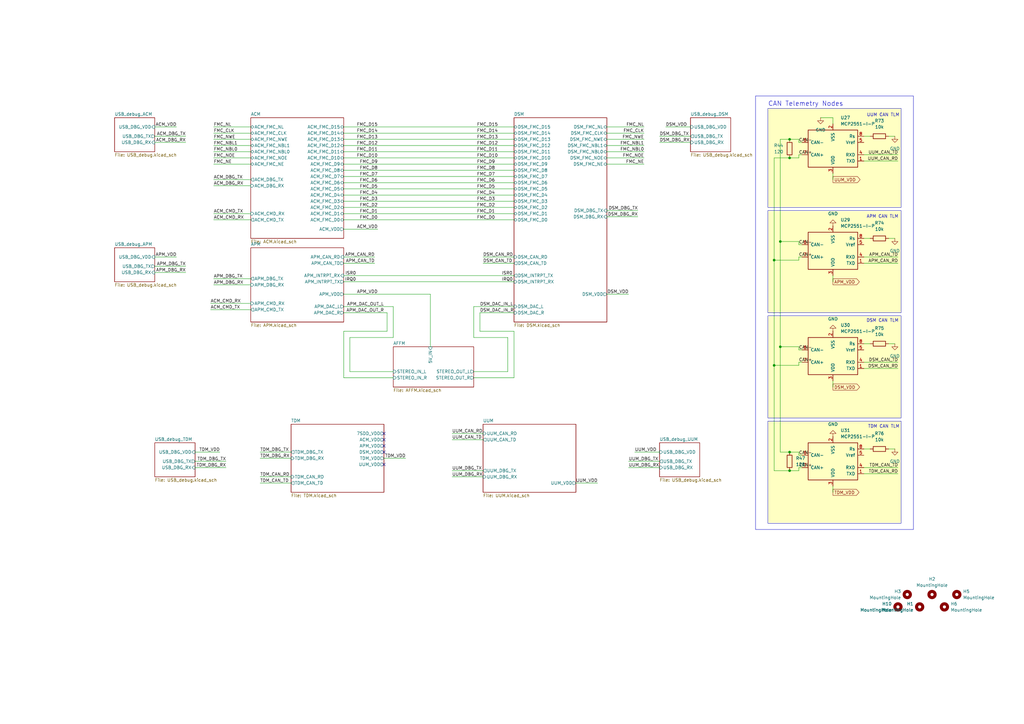
<source format=kicad_sch>
(kicad_sch (version 20250114) (generator "eeschema") (generator_version "9.0")
  (paper "A3")
  (title_block (date "2025-07-21") (rev "2"))
  (lib_symbols
    (symbol "Device:R" (pin_numbers (hide yes)) (pin_names (offset 0))
      (property "Reference" "R" (at 2.032 0 90))
      (property "Value" "R" (at 0 0 90))
      (symbol "R_0_1"
        (rectangle (start -1.016 -2.54) (end 1.016 2.54) (stroke (width 0.254)))
      )
      (symbol "R_1_1"
        (pin passive line (at 0 3.81 270) (length 1.27) (name "~") (number "1"))
        (pin passive line (at 0 -3.81 90) (length 1.27) (name "~") (number "2"))
      )
    )
    (symbol "Interface_CAN_LIN_pos_neg:MCP2551-I-P" (pin_names (offset 1.016))
      (property "Reference" "U" (at -10.16 8.89 0))
      (property "Value" "MCP2551-I-P" (at 2.54 8.89 0))
      (symbol "MCP2551-I-P_0_1"
        (rectangle (start -10.16 7.62) (end 10.16 -7.62) (stroke (width 0.254)) (fill (type background)))
      )
      (symbol "MCP2551-I-P_1_1"
        (pin input line (at -12.7 5.08 0) (length 2.54) (name "TXD") (number "1"))
        (pin output line (at -12.7 2.54 0) (length 2.54) (name "RXD") (number "4"))
        (pin power_out line (at -12.7 -2.54 0) (length 2.54) (name "Vref") (number "5"))
        (pin input line (at -12.7 -5.08 0) (length 2.54) (name "Rs") (number "8"))
        (pin power_in line (at 0 10.16 270) (length 2.54) (name "VDD") (number "3"))
        (pin power_in line (at 0 -10.16 90) (length 2.54) (name "VSS") (number "2"))
        (pin bidirectional line (at 12.7 2.54 180) (length 2.54) (name "CAN+") (number "7"))
        (pin bidirectional line (at 12.7 -2.54 180) (length 2.54) (name "CAN-") (number "6"))
      )
    )
    (symbol "Mechanical:MountingHole" (pin_names (offset 1.016)) (in_bom no)
      (property "Reference" "H" (at 0 5.08 0))
      (property "Value" "MountingHole" (at 0 3.175 0))
      (symbol "MountingHole_0_1"
        (circle (center 0 0) (radius 1.27) (stroke (width 1.27)))
      )
    )
    (symbol "power:GND" (power) (pin_numbers (hide yes)) (pin_names (offset 0) (hide yes))
      (property "Value" "GND" (at 0 -3.81 0))
      (symbol "GND_0_1"
        (polyline (pts (xy 0 0) (xy 0 -1.27) (xy 1.27 -1.27) (xy 0 -2.54) (xy -1.27 -1.27) (xy 0 -1.27)))
      )
      (symbol "GND_1_1"
        (pin power_in line (at 0 0 270) (length 0) (name "~") (number "1"))
      )
    )
  )
  (rectangle (start 314.96 44.45) (end 369.57 85.09) (fill (type color) (color 255 255 194 1)))
  (rectangle (start 309.88 39.37) (end 374.65 217.17))
  (rectangle (start 314.96 86.36) (end 369.57 128.27) (fill (type color) (color 255 255 194 1)))
  (rectangle (start 314.96 129.54) (end 369.57 171.45) (fill (type color) (color 255 255 194 1)))
  (rectangle (start 314.96 172.72) (end 369.57 214.63) (fill (type color) (color 255 255 194 1)))
  (text "TDM CAN TLM" (at 362.458 175.006 0) (effects (font (size 1.27 1.27))))
  (text "CAN Telemetry Nodes" (at 330.454 42.672 0) (effects (font (size 1.905 1.905))))
  (text "DSM CAN TLM" (at 361.95 131.572 0) (effects (font (size 1.27 1.27))))
  (text "APM CAN TLM" (at 361.95 88.9 0) (effects (font (size 1.27 1.27))))
  (text "UUM CAN TLM" (at 362.204 47.244 0) (effects (font (size 1.27 1.27))))
  (junction (at 317.5 106.68))
  (junction (at 323.85 185.42))
  (junction (at 317.5 149.86))
  (junction (at 323.85 57.15))
  (junction (at 320.04 142.24))
  (junction (at 320.04 99.06))
  (junction (at 323.85 64.77))
  (junction (at 323.85 193.04))
  (no_connect (at 157.48 190.5))
  (no_connect (at 157.48 177.8))
  (no_connect (at 157.48 185.42))
  (no_connect (at 157.48 182.88))
  (no_connect (at 157.48 180.34))
  (wire (pts (xy 106.68 187.96) (xy 119.38 187.96)))
  (wire (pts (xy 76.2 109.22) (xy 63.5 109.22)))
  (wire (pts (xy 354.33 66.04) (xy 368.3 66.04)))
  (wire (pts (xy 140.97 74.93) (xy 210.82 74.93)))
  (wire (pts (xy 261.62 88.9) (xy 248.92 88.9)))
  (wire (pts (xy 166.37 187.96) (xy 157.48 187.96)))
  (wire (pts (xy 158.75 128.27) (xy 158.75 135.89)))
  (wire (pts (xy 158.75 135.89) (xy 140.97 135.89)))
  (wire (pts (xy 76.2 58.42) (xy 63.5 58.42)))
  (wire (pts (xy 327.66 57.15) (xy 327.66 58.42)))
  (wire (pts (xy 154.94 93.98) (xy 140.97 93.98)))
  (wire (pts (xy 208.28 152.4) (xy 194.31 152.4)))
  (wire (pts (xy 327.66 148.59) (xy 328.93 148.59)))
  (wire (pts (xy 196.85 128.27) (xy 196.85 135.89)))
  (wire (pts (xy 270.51 55.88) (xy 283.21 55.88)))
  (wire (pts (xy 92.71 191.77) (xy 80.01 191.77)))
  (wire (pts (xy 106.68 198.12) (xy 119.38 198.12)))
  (wire (pts (xy 143.51 138.43) (xy 143.51 152.4)))
  (wire (pts (xy 261.62 86.36) (xy 248.92 86.36)))
  (wire (pts (xy 317.5 64.77) (xy 317.5 106.68)))
  (wire (pts (xy 364.49 55.88) (xy 367.03 55.88)))
  (wire (pts (xy 264.16 67.31) (xy 248.92 67.31)))
  (wire (pts (xy 87.63 59.69) (xy 102.87 59.69)))
  (wire (pts (xy 185.42 177.8) (xy 198.12 177.8)))
  (wire (pts (xy 153.67 105.41) (xy 140.97 105.41)))
  (wire (pts (xy 86.36 127) (xy 102.87 127)))
  (wire (pts (xy 140.97 87.63) (xy 210.82 87.63)))
  (wire (pts (xy 257.81 191.77) (xy 270.51 191.77)))
  (wire (pts (xy 328.93 100.33) (xy 327.66 100.33)))
  (wire (pts (xy 354.33 97.79) (xy 356.87 97.79)))
  (wire (pts (xy 198.12 105.41) (xy 210.82 105.41)))
  (wire (pts (xy 323.85 57.15) (xy 327.66 57.15)))
  (wire (pts (xy 273.05 52.07) (xy 283.21 52.07)))
  (wire (pts (xy 87.63 90.17) (xy 102.87 90.17)))
  (wire (pts (xy 341.63 73.66) (xy 341.63 71.12)))
  (wire (pts (xy 87.63 64.77) (xy 102.87 64.77)))
  (wire (pts (xy 257.81 120.65) (xy 248.92 120.65)))
  (wire (pts (xy 327.66 142.24) (xy 320.04 142.24)))
  (wire (pts (xy 140.97 82.55) (xy 210.82 82.55)))
  (wire (pts (xy 140.97 72.39) (xy 210.82 72.39)))
  (wire (pts (xy 140.97 77.47) (xy 210.82 77.47)))
  (wire (pts (xy 210.82 135.89) (xy 210.82 154.94)))
  (wire (pts (xy 87.63 116.84) (xy 102.87 116.84)))
  (wire (pts (xy 72.39 52.07) (xy 63.5 52.07)))
  (wire (pts (xy 176.53 142.24) (xy 176.53 120.65)))
  (wire (pts (xy 354.33 194.31) (xy 368.3 194.31)))
  (wire (pts (xy 92.71 189.23) (xy 80.01 189.23)))
  (wire (pts (xy 257.81 189.23) (xy 270.51 189.23)))
  (wire (pts (xy 270.51 58.42) (xy 283.21 58.42)))
  (wire (pts (xy 354.33 140.97) (xy 356.87 140.97)))
  (wire (pts (xy 140.97 57.15) (xy 210.82 57.15)))
  (wire (pts (xy 87.63 114.3) (xy 102.87 114.3)))
  (wire (pts (xy 327.66 193.04) (xy 327.66 191.77)))
  (wire (pts (xy 76.2 111.76) (xy 63.5 111.76)))
  (wire (pts (xy 368.3 63.5) (xy 354.33 63.5)))
  (wire (pts (xy 320.04 99.06) (xy 320.04 142.24)))
  (wire (pts (xy 210.82 154.94) (xy 194.31 154.94)))
  (wire (pts (xy 196.85 135.89) (xy 210.82 135.89)))
  (wire (pts (xy 264.16 54.61) (xy 248.92 54.61)))
  (wire (pts (xy 140.97 115.57) (xy 210.82 115.57)))
  (wire (pts (xy 198.12 107.95) (xy 210.82 107.95)))
  (wire (pts (xy 140.97 85.09) (xy 210.82 85.09)))
  (wire (pts (xy 327.66 64.77) (xy 327.66 63.5)))
  (wire (pts (xy 76.2 55.88) (xy 63.5 55.88)))
  (wire (pts (xy 354.33 191.77) (xy 368.3 191.77)))
  (wire (pts (xy 260.35 185.42) (xy 270.51 185.42)))
  (wire (pts (xy 320.04 57.15) (xy 320.04 99.06)))
  (wire (pts (xy 87.63 67.31) (xy 102.87 67.31)))
  (wire (pts (xy 327.66 99.06) (xy 327.66 100.33)))
  (wire (pts (xy 208.28 138.43) (xy 208.28 152.4)))
  (wire (pts (xy 341.63 201.93) (xy 341.63 199.39)))
  (wire (pts (xy 87.63 57.15) (xy 102.87 57.15)))
  (wire (pts (xy 317.5 106.68) (xy 317.5 149.86)))
  (wire (pts (xy 317.5 149.86) (xy 317.5 193.04)))
  (wire (pts (xy 327.66 106.68) (xy 317.5 106.68)))
  (wire (pts (xy 140.97 154.94) (xy 161.29 154.94)))
  (wire (pts (xy 140.97 62.23) (xy 210.82 62.23)))
  (wire (pts (xy 140.97 90.17) (xy 210.82 90.17)))
  (wire (pts (xy 264.16 64.77) (xy 248.92 64.77)))
  (wire (pts (xy 341.63 48.26) (xy 341.63 50.8)))
  (wire (pts (xy 320.04 142.24) (xy 320.04 185.42)))
  (wire (pts (xy 328.93 63.5) (xy 327.66 63.5)))
  (wire (pts (xy 323.85 193.04) (xy 327.66 193.04)))
  (wire (pts (xy 364.49 140.97) (xy 367.03 140.97)))
  (wire (pts (xy 341.63 158.75) (xy 341.63 156.21)))
  (wire (pts (xy 323.85 64.77) (xy 327.66 64.77)))
  (wire (pts (xy 354.33 151.13) (xy 368.3 151.13)))
  (wire (pts (xy 336.55 48.26) (xy 341.63 48.26)))
  (wire (pts (xy 143.51 152.4) (xy 161.29 152.4)))
  (wire (pts (xy 327.66 105.41) (xy 328.93 105.41)))
  (wire (pts (xy 140.97 113.03) (xy 210.82 113.03)))
  (wire (pts (xy 106.68 195.58) (xy 119.38 195.58)))
  (wire (pts (xy 323.85 185.42) (xy 320.04 185.42)))
  (wire (pts (xy 264.16 52.07) (xy 248.92 52.07)))
  (wire (pts (xy 264.16 59.69) (xy 248.92 59.69)))
  (wire (pts (xy 87.63 52.07) (xy 102.87 52.07)))
  (wire (pts (xy 185.42 193.04) (xy 198.12 193.04)))
  (wire (pts (xy 87.63 54.61) (xy 102.87 54.61)))
  (wire (pts (xy 364.49 97.79) (xy 367.03 97.79)))
  (wire (pts (xy 72.39 105.41) (xy 63.5 105.41)))
  (wire (pts (xy 140.97 64.77) (xy 210.82 64.77)))
  (wire (pts (xy 140.97 120.65) (xy 176.53 120.65)))
  (wire (pts (xy 90.17 185.42) (xy 80.01 185.42)))
  (wire (pts (xy 368.3 148.59) (xy 354.33 148.59)))
  (wire (pts (xy 354.33 184.15) (xy 356.87 184.15)))
  (wire (pts (xy 354.33 55.88) (xy 356.87 55.88)))
  (wire (pts (xy 327.66 99.06) (xy 320.04 99.06)))
  (wire (pts (xy 327.66 149.86) (xy 317.5 149.86)))
  (wire (pts (xy 194.31 138.43) (xy 208.28 138.43)))
  (wire (pts (xy 140.97 80.01) (xy 210.82 80.01)))
  (wire (pts (xy 140.97 59.69) (xy 210.82 59.69)))
  (wire (pts (xy 87.63 62.23) (xy 102.87 62.23)))
  (wire (pts (xy 185.42 195.58) (xy 198.12 195.58)))
  (wire (pts (xy 86.36 124.46) (xy 102.87 124.46)))
  (wire (pts (xy 323.85 185.42) (xy 327.66 185.42)))
  (wire (pts (xy 323.85 64.77) (xy 317.5 64.77)))
  (wire (pts (xy 196.85 128.27) (xy 210.82 128.27)))
  (wire (pts (xy 140.97 135.89) (xy 140.97 154.94)))
  (wire (pts (xy 87.63 87.63) (xy 102.87 87.63)))
  (wire (pts (xy 87.63 73.66) (xy 102.87 73.66)))
  (wire (pts (xy 194.31 125.73) (xy 194.31 138.43)))
  (wire (pts (xy 328.93 186.69) (xy 327.66 186.69)))
  (wire (pts (xy 161.29 138.43) (xy 143.51 138.43)))
  (wire (pts (xy 368.3 105.41) (xy 354.33 105.41)))
  (wire (pts (xy 327.66 191.77) (xy 328.93 191.77)))
  (wire (pts (xy 140.97 54.61) (xy 210.82 54.61)))
  (wire (pts (xy 341.63 115.57) (xy 341.63 113.03)))
  (wire (pts (xy 327.66 58.42) (xy 328.93 58.42)))
  (wire (pts (xy 153.67 107.95) (xy 140.97 107.95)))
  (wire (pts (xy 245.11 198.12) (xy 236.22 198.12)))
  (wire (pts (xy 327.66 185.42) (xy 327.66 186.69)))
  (wire (pts (xy 323.85 193.04) (xy 317.5 193.04)))
  (wire (pts (xy 185.42 180.34) (xy 198.12 180.34)))
  (wire (pts (xy 106.68 185.42) (xy 119.38 185.42)))
  (wire (pts (xy 354.33 107.95) (xy 368.3 107.95)))
  (wire (pts (xy 264.16 57.15) (xy 248.92 57.15)))
  (wire (pts (xy 264.16 62.23) (xy 248.92 62.23)))
  (wire (pts (xy 161.29 125.73) (xy 161.29 138.43)))
  (wire (pts (xy 328.93 143.51) (xy 327.66 143.51)))
  (wire (pts (xy 194.31 125.73) (xy 210.82 125.73)))
  (wire (pts (xy 87.63 76.2) (xy 102.87 76.2)))
  (wire (pts (xy 140.97 52.07) (xy 210.82 52.07)))
  (wire (pts (xy 140.97 67.31) (xy 210.82 67.31)))
  (wire (pts (xy 364.49 184.15) (xy 367.03 184.15)))
  (wire (pts (xy 140.97 128.27) (xy 158.75 128.27)))
  (wire (pts (xy 327.66 142.24) (xy 327.66 143.51)))
  (wire (pts (xy 327.66 106.68) (xy 327.66 105.41)))
  (wire (pts (xy 140.97 69.85) (xy 210.82 69.85)))
  (wire (pts (xy 323.85 57.15) (xy 320.04 57.15)))
  (wire (pts (xy 140.97 125.73) (xy 161.29 125.73)))
  (wire (pts (xy 327.66 149.86) (xy 327.66 148.59)))
  (label "FMC_NWE" (at 87.63 57.15 0))
  (label "CAN-" (at 327.66 143.51 0))
  (label "APM_VDD" (at 72.39 105.41 180))
  (label "UUM_CAN_TD" (at 368.3 63.5 180))
  (label "DSM_DBG_RX" (at 270.51 58.42 0))
  (label "UUM_DBG_RX" (at 257.81 191.77 0))
  (label "FMC_CLK" (at 87.63 54.61 0))
  (label "ACM_CMD_TX" (at 86.36 127 0))
  (label "DSM_DBG_RX" (at 261.62 88.9 180))
  (label "FMC_D15" (at 154.94 52.07 180))
  (label "APM_DAC_OUT_L" (at 157.48 125.73 180))
  (label "FMC_D1" (at 154.94 87.63 180))
  (label "ACM_VDD" (at 72.39 52.07 180))
  (label "FMC_NBL0" (at 87.63 62.23 0))
  (label "FMC_D3" (at 195.58 82.55 0))
  (label "CAN-" (at 327.66 186.69 0))
  (label "TDM_CAN_TD" (at 368.3 191.77 180))
  (label "DSM_CAN_TD" (at 368.3 148.59 180))
  (label "TDM_VDD" (at 166.37 187.96 180))
  (label "TDM_VDD" (at 90.17 185.42 180))
  (label "APM_DBG_RX" (at 87.63 116.84 0))
  (label "FMC_D15" (at 195.58 52.07 0))
  (label "APM_DBG_RX" (at 76.2 111.76 180))
  (label "FMC_NBL1" (at 87.63 59.69 0))
  (label "FMC_D6" (at 195.58 74.93 0))
  (label "TDM_DBG_RX" (at 106.68 187.96 0))
  (label "UUM_DBG_TX" (at 257.81 189.23 0))
  (label "TDM_DBG_TX" (at 92.71 189.23 180))
  (label "DSM_DAC_IN_L" (at 196.85 125.73 0))
  (label "TDM_CAN_RD" (at 106.68 195.58 0))
  (label "FMC_NE" (at 87.63 67.31 0))
  (label "FMC_D0" (at 154.94 90.17 180))
  (label "APM_DBG_TX" (at 87.63 114.3 0))
  (label "FMC_D14" (at 154.94 54.61 180))
  (label "FMC_D11" (at 195.58 62.23 0))
  (label "FMC_D1" (at 195.58 87.63 0))
  (label "FMC_D6" (at 154.94 74.93 180))
  (label "CAN+" (at 327.66 148.59 0))
  (label "FMC_D5" (at 154.94 77.47 180))
  (label "CAN+" (at 327.66 191.77 0))
  (label "FMC_D14" (at 195.58 54.61 0))
  (label "FMC_CLK" (at 264.16 54.61 180))
  (label "UUM_CAN_RD" (at 185.42 177.8 0))
  (label "FMC_NOE" (at 87.63 64.77 0))
  (label "TDM_CAN_RD" (at 368.3 194.31 180))
  (label "ISR0" (at 146.05 113.03 180))
  (label "DSM_DAC_IN_R" (at 196.85 128.27 0))
  (label "FMC_NL" (at 264.16 52.07 180))
  (label "FMC_D10" (at 154.94 64.77 180))
  (label "FMC_D8" (at 195.58 69.85 0))
  (label "UUM_CAN_TD" (at 185.42 180.34 0))
  (label "APM_DAC_OUT_R" (at 157.48 128.27 180))
  (label "CAN+" (at 327.66 105.41 0))
  (label "FMC_D4" (at 195.58 80.01 0))
  (label "TDM_DBG_RX" (at 92.71 191.77 180))
  (label "APM_CAN_TD" (at 153.67 107.95 180))
  (label "FMC_D12" (at 154.94 59.69 180))
  (label "ACM_DBG_RX" (at 87.63 76.2 0))
  (label "DSM_VDD" (at 257.81 120.65 180))
  (label "FMC_D9" (at 154.94 67.31 180))
  (label "FMC_D5" (at 195.58 77.47 0))
  (label "APM_VDD" (at 154.94 120.65 180))
  (label "FMC_NOE" (at 264.16 64.77 180))
  (label "UUM_DBG_TX" (at 185.42 193.04 0))
  (label "FMC_NWE" (at 264.16 57.15 180))
  (label "DSM_CAN_TD" (at 198.12 107.95 0))
  (label "APM_DBG_TX" (at 76.2 109.22 180))
  (label "FMC_NE" (at 264.16 67.31 180))
  (label "FMC_D12" (at 195.58 59.69 0))
  (label "FMC_NBL0" (at 264.16 62.23 180))
  (label "DSM_CAN_RD" (at 198.12 105.41 0))
  (label "ACM_VDD" (at 154.94 93.98 180))
  (label "FMC_D8" (at 154.94 69.85 180))
  (label "FMC_D13" (at 154.94 57.15 180))
  (label "ACM_CMD_RX" (at 87.63 90.17 0))
  (label "IRQ0" (at 205.74 115.57 0))
  (label "DSM_VDD" (at 273.05 52.07 0))
  (label "FMC_D10" (at 195.58 64.77 0))
  (label "FMC_NBL1" (at 264.16 59.69 180))
  (label "APM_CAN_RD" (at 368.3 107.95 180))
  (label "ISR0" (at 205.74 113.03 0))
  (label "FMC_D2" (at 195.58 85.09 0))
  (label "TDM_CAN_TD" (at 106.68 198.12 0))
  (label "ACM_CMD_RX" (at 86.36 124.46 0))
  (label "DSM_CAN_RD" (at 368.3 151.13 180))
  (label "FMC_D4" (at 154.94 80.01 180))
  (label "CAN-" (at 327.66 58.42 0))
  (label "APM_CAN_TD" (at 368.3 105.41 180))
  (label "UUM_CAN_RD" (at 368.3 66.04 180))
  (label "CAN+" (at 327.66 63.5 0))
  (label "FMC_NL" (at 87.63 52.07 0))
  (label "UUM_VDD" (at 260.35 185.42 0))
  (label "ACM_DBG_RX" (at 76.2 58.42 180))
  (label "ACM_DBG_TX" (at 76.2 55.88 180))
  (label "UUM_VDD" (at 245.11 198.12 180))
  (label "IRQ0" (at 146.05 115.57 180))
  (label "CAN-" (at 327.66 100.33 0))
  (label "FMC_D13" (at 195.58 57.15 0))
  (label "ACM_CMD_TX" (at 87.63 87.63 0))
  (label "FMC_D7" (at 195.58 72.39 0))
  (label "FMC_D11" (at 154.94 62.23 180))
  (label "DSM_DBG_TX" (at 261.62 86.36 180))
  (label "TDM_DBG_TX" (at 106.68 185.42 0))
  (label "UUM_DBG_RX" (at 185.42 195.58 0))
  (label "FMC_D2" (at 154.94 85.09 180))
  (label "FMC_D3" (at 154.94 82.55 180))
  (label "APM_CAN_RD" (at 153.67 105.41 180))
  (label "FMC_D0" (at 195.58 90.17 0))
  (label "FMC_D7" (at 154.94 72.39 180))
  (label "FMC_D9" (at 195.58 67.31 0))
  (label "DSM_DBG_TX" (at 270.51 55.88 0))
  (label "ACM_DBG_TX" (at 87.63 73.66 0))
  (global_label "APM_VDD" (shape output) (at 341.63 115.57 0) (property "Intersheetrefs" "${INTERSHEET_REFS}" (effects (hide yes))))
  (global_label "DSM_VDD" (shape output) (at 341.63 158.75 0) (property "Intersheetrefs" "${INTERSHEET_REFS}" (effects (hide yes))))
  (global_label "UUM_VDD" (shape output) (at 341.63 73.66 0) (property "Intersheetrefs" "${INTERSHEET_REFS}" (effects (hide yes))))
  (global_label "TDM_VDD" (shape output) (at 341.63 201.93 0) (property "Intersheetrefs" "${INTERSHEET_REFS}" (effects (hide yes))))
  (symbol (lib_id "Interface_CAN_LIN_pos_neg:MCP2551-I-P") (at 341.63 189.23 180) (unit 1)
    (property "Reference" "U31" (at 344.7481 176.53 0) (effects (justify right)))
    (property "Value" "MCP2551-I-P" (at 344.7481 179.07 0) (effects (justify right)))
    (property "Footprint" "Package_DIP:DIP-8_W7.62mm" (effects (hide yes)))
    (property "Datasheet" "http://ww1.microchip.com/downloads/en/devicedoc/21667d.pdf" (effects (hide yes)))
    (property "Description" "High-Speed CAN Transceiver, 1Mbps, 5V supply, DIP-8" (effects (hide yes)))
  )
  (symbol (lib_id "Interface_CAN_LIN_pos_neg:MCP2551-I-P") (at 341.63 60.96 180) (unit 1)
    (property "Reference" "U27" (at 344.7481 48.26 0) (effects (justify right)))
    (property "Value" "MCP2551-I-P" (at 344.7481 50.8 0) (effects (justify right)))
    (property "Footprint" "Package_DIP:DIP-8_W7.62mm" (effects (hide yes)))
    (property "Datasheet" "http://ww1.microchip.com/downloads/en/devicedoc/21667d.pdf" (effects (hide yes)))
    (property "Description" "High-Speed CAN Transceiver, 1Mbps, 5V supply, DIP-8" (effects (hide yes)))
  )
  (symbol (lib_id "Mechanical:MountingHole") (at 372.11 243.84 0) (unit 1) (in_bom no)
    (property "Reference" "H3" (at 369.57 242.5699 0) (effects (justify right)))
    (property "Value" "MountingHole" (at 369.57 245.1099 0) (effects (justify right)))
    (property "Footprint" "MountingHole:MountingHole_3.2mm_M3" (effects (hide yes)))
    (property "Description" "Mounting Hole without connection" (effects (hide yes)))
  )
  (symbol (lib_id "power:GND") (at 367.03 184.15 0) (unit 1)
    (property "Reference" "#PWR0172" (effects (hide yes)))
    (property "Value" "GND" (at 367.03 189.23 0))
    (property "Description" "Power symbol creates a global label with name \"GND\" , ground" (effects (hide yes)))
  )
  (symbol (lib_id "Device:R") (at 360.68 97.79 90) (unit 1)
    (property "Reference" "R74" (at 360.68 91.44 90))
    (property "Value" "10k" (at 360.68 93.98 90))
    (property "Footprint" "Resistor_SMD:R_0805_2012Metric_Pad1.20x1.40mm_HandSolder" (effects (hide yes)))
    (property "Description" "Resistor" (effects (hide yes)))
    (property "DigiKey_Part_Number" "311-10.0KCRCT-ND" (effects (hide yes)))
    (property "Price" "0.0129" (effects (hide yes)))
  )
  (symbol (lib_id "power:GND") (at 367.03 97.79 0) (unit 1)
    (property "Reference" "#PWR0170" (effects (hide yes)))
    (property "Value" "GND" (at 367.03 102.87 0))
    (property "Description" "Power symbol creates a global label with name \"GND\" , ground" (effects (hide yes)))
  )
  (symbol (lib_id "Mechanical:MountingHole") (at 392.43 243.84 0) (unit 1) (in_bom no)
    (property "Reference" "H5" (at 394.97 242.5699 0) (effects (justify left)))
    (property "Value" "MountingHole" (at 394.97 245.1099 0) (effects (justify left)))
    (property "Footprint" "MountingHole:MountingHole_3.2mm_M3" (effects (hide yes)))
    (property "Description" "Mounting Hole without connection" (effects (hide yes)))
  )
  (symbol (lib_id "power:GND") (at 341.63 135.89 180) (unit 1)
    (property "Reference" "#PWR0124" (effects (hide yes)))
    (property "Value" "GND" (at 341.63 130.81 0))
    (property "Description" "Power symbol creates a global label with name \"GND\" , ground" (effects (hide yes)))
  )
  (symbol (lib_id "Device:R") (at 360.68 55.88 90) (unit 1)
    (property "Reference" "R73" (at 360.68 49.53 90))
    (property "Value" "10k" (at 360.68 52.07 90))
    (property "Footprint" "Resistor_SMD:R_0805_2012Metric_Pad1.20x1.40mm_HandSolder" (effects (hide yes)))
    (property "Description" "Resistor" (effects (hide yes)))
    (property "DigiKey_Part_Number" "311-10.0KCRCT-ND" (effects (hide yes)))
    (property "Price" "0.0129" (effects (hide yes)))
  )
  (symbol (lib_id "Mechanical:MountingHole") (at 387.35 248.92 0) (unit 1) (in_bom no)
    (property "Reference" "H6" (at 389.89 247.6499 0) (effects (justify left)))
    (property "Value" "MountingHole" (at 389.89 250.1899 0) (effects (justify left)))
    (property "Footprint" "MountingHole:MountingHole_3.2mm_M3" (effects (hide yes)))
    (property "Description" "Mounting Hole without connection" (effects (hide yes)))
  )
  (symbol (lib_id "power:GND") (at 367.03 140.97 0) (unit 1)
    (property "Reference" "#PWR0171" (effects (hide yes)))
    (property "Value" "GND" (at 367.03 146.05 0))
    (property "Description" "Power symbol creates a global label with name \"GND\" , ground" (effects (hide yes)))
  )
  (symbol (lib_id "Mechanical:MountingHole") (at 382.27 243.84 0) (unit 1) (in_bom no)
    (property "Reference" "H2" (at 382.27 237.49 0))
    (property "Value" "MountingHole" (at 382.27 240.03 0))
    (property "Footprint" "MountingHole:MountingHole_3.2mm_M3" (effects (hide yes)))
    (property "Description" "Mounting Hole without connection" (effects (hide yes)))
  )
  (symbol (lib_id "power:GND") (at 341.63 92.71 180) (unit 1)
    (property "Reference" "#PWR0123" (effects (hide yes)))
    (property "Value" "GND" (at 341.63 87.63 0))
    (property "Description" "Power symbol creates a global label with name \"GND\" , ground" (effects (hide yes)))
  )
  (symbol (lib_id "power:GND") (at 336.55 48.26 0) (unit 1)
    (property "Reference" "#PWR0122" (effects (hide yes)))
    (property "Value" "GND" (at 336.55 53.34 0))
    (property "Description" "Power symbol creates a global label with name \"GND\" , ground" (effects (hide yes)))
  )
  (symbol (lib_id "Interface_CAN_LIN_pos_neg:MCP2551-I-P") (at 341.63 102.87 180) (unit 1)
    (property "Reference" "U29" (at 344.7481 90.17 0) (effects (justify right)))
    (property "Value" "MCP2551-I-P" (at 344.7481 92.71 0) (effects (justify right)))
    (property "Footprint" "Package_DIP:DIP-8_W7.62mm" (effects (hide yes)))
    (property "Datasheet" "http://ww1.microchip.com/downloads/en/devicedoc/21667d.pdf" (effects (hide yes)))
    (property "Description" "High-Speed CAN Transceiver, 1Mbps, 5V supply, DIP-8" (effects (hide yes)))
  )
  (symbol (lib_id "Device:R") (at 323.85 189.23 0) (unit 1)
    (property "Reference" "R47" (at 326.39 187.9599 0) (effects (justify left)))
    (property "Value" "120" (at 326.39 190.4999 0) (effects (justify left)))
    (property "Footprint" "Resistor_SMD:R_0805_2012Metric_Pad1.20x1.40mm_HandSolder" (effects (hide yes)))
    (property "Description" "Resistor" (effects (hide yes)))
    (property "DigiKey_Part_Number" "311-10.0KCRCT-ND" (effects (hide yes)))
    (property "Price" "0.0129" (effects (hide yes)))
  )
  (symbol (lib_id "power:GND") (at 367.03 55.88 0) (unit 1)
    (property "Reference" "#PWR0169" (effects (hide yes)))
    (property "Value" "GND" (at 367.03 60.96 0))
    (property "Description" "Power symbol creates a global label with name \"GND\" , ground" (effects (hide yes)))
  )
  (symbol (lib_id "Device:R") (at 323.85 60.96 0) (mirror x) (unit 1)
    (property "Reference" "R44" (at 321.31 59.6899 0) (effects (justify right)))
    (property "Value" "120" (at 321.31 62.2299 0) (effects (justify right)))
    (property "Footprint" "Resistor_SMD:R_0805_2012Metric_Pad1.20x1.40mm_HandSolder" (effects (hide yes)))
    (property "Description" "Resistor" (effects (hide yes)))
    (property "DigiKey_Part_Number" "311-10.0KCRCT-ND" (effects (hide yes)))
    (property "Price" "0.0129" (effects (hide yes)))
  )
  (symbol (lib_id "Device:R") (at 360.68 184.15 90) (unit 1)
    (property "Reference" "R76" (at 360.68 177.8 90))
    (property "Value" "10k" (at 360.68 180.34 90))
    (property "Footprint" "Resistor_SMD:R_0805_2012Metric_Pad1.20x1.40mm_HandSolder" (effects (hide yes)))
    (property "Description" "Resistor" (effects (hide yes)))
    (property "DigiKey_Part_Number" "311-10.0KCRCT-ND" (effects (hide yes)))
    (property "Price" "0.0129" (effects (hide yes)))
  )
  (symbol (lib_id "Interface_CAN_LIN_pos_neg:MCP2551-I-P") (at 341.63 146.05 180) (unit 1)
    (property "Reference" "U30" (at 344.7481 133.35 0) (effects (justify right)))
    (property "Value" "MCP2551-I-P" (at 344.7481 135.89 0) (effects (justify right)))
    (property "Footprint" "Package_DIP:DIP-8_W7.62mm" (effects (hide yes)))
    (property "Datasheet" "http://ww1.microchip.com/downloads/en/devicedoc/21667d.pdf" (effects (hide yes)))
    (property "Description" "High-Speed CAN Transceiver, 1Mbps, 5V supply, DIP-8" (effects (hide yes)))
  )
  (symbol (lib_id "Mechanical:MountingHole") (at 368.3 248.92 0) (unit 1) (in_bom no)
    (property "Reference" "H10" (at 365.76 247.6499 0) (effects (justify right)))
    (property "Value" "MountingHole" (at 365.76 250.1899 0) (effects (justify right)))
    (property "Footprint" "MountingHole:MountingHole_3.2mm_M3" (effects (hide yes)))
    (property "Description" "Mounting Hole without connection" (effects (hide yes)))
  )
  (symbol (lib_id "Device:R") (at 360.68 140.97 90) (unit 1)
    (property "Reference" "R75" (at 360.68 134.62 90))
    (property "Value" "10k" (at 360.68 137.16 90))
    (property "Footprint" "Resistor_SMD:R_0805_2012Metric_Pad1.20x1.40mm_HandSolder" (effects (hide yes)))
    (property "Description" "Resistor" (effects (hide yes)))
    (property "DigiKey_Part_Number" "311-10.0KCRCT-ND" (effects (hide yes)))
    (property "Price" "0.0129" (effects (hide yes)))
  )
  (symbol (lib_id "Mechanical:MountingHole") (at 377.19 248.92 0) (unit 1) (in_bom no)
    (property "Reference" "H1" (at 374.65 247.6499 0) (effects (justify right)))
    (property "Value" "MountingHole" (at 374.65 250.1899 0) (effects (justify right)))
    (property "Footprint" "MountingHole:MountingHole_3.2mm_M3" (effects (hide yes)))
    (property "Description" "Mounting Hole without connection" (effects (hide yes)))
  )
  (symbol (lib_id "power:GND") (at 341.63 179.07 180) (unit 1)
    (property "Reference" "#PWR0125" (effects (hide yes)))
    (property "Value" "GND" (at 341.63 173.99 0))
    (property "Description" "Power symbol creates a global label with name \"GND\" , ground" (effects (hide yes)))
  )
  (sheet (at 102.87 101.6) (size 38.1 30.48) (stroke (width 0.1524))
    (property "Sheetname" "APM" (at 102.87 100.8884 0) (effects (justify left bottom)))
    (property "Sheetfile" "APM.kicad_sch" (at 102.87 132.6646 0) (effects (justify left top)))
    (pin "APM_CMD_TX" output (at 102.87 127 180))
    (pin "APM_CMD_RX" input (at 102.87 124.46 180))
    (pin "APM_INTRPT_RX" input (at 140.97 113.03 0))
    (pin "APM_INTRPT_TX" output (at 140.97 115.57 0))
    (pin "APM_CAN_TD" output (at 140.97 107.95 0))
    (pin "APM_CAN_RD" input (at 140.97 105.41 0))
    (pin "APM_DAC_L" output (at 140.97 125.73 0))
    (pin "APM_DAC_R" output (at 140.97 128.27 0))
    (pin "APM_DBG_RX" input (at 102.87 116.84 180))
    (pin "APM_VDD" output (at 140.97 120.65 0))
    (pin "APM_DBG_TX" output (at 102.87 114.3 180))
  )
  (sheet (at 46.99 48.26) (size 16.51 13.97) (stroke (width 0.1524))
    (property "Sheetname" "USB_debug_ACM" (at 46.99 47.5484 0) (effects (justify left bottom)))
    (property "Sheetfile" "USB_debug.kicad_sch" (at 46.99 62.8146 0) (effects (justify left top)))
    (pin "USB_DBG_RX" input (at 63.5 58.42 0))
    (pin "USB_DBG_VDD" input (at 63.5 52.07 0))
    (pin "USB_DBG_TX" output (at 63.5 55.88 0))
  )
  (sheet (at 210.82 48.26) (size 38.1 83.82) (stroke (width 0.1524))
    (property "Sheetname" "DSM" (at 210.82 47.5484 0) (effects (justify left bottom)))
    (property "Sheetfile" "DSM.kicad_sch" (at 210.82 132.6646 0) (effects (justify left top)))
    (pin "DSM_DAC_L" input (at 210.82 125.73 180))
    (pin "DSM_CAN_RD" input (at 210.82 105.41 180))
    (pin "DSM_INTRPT_TX" output (at 210.82 113.03 180))
    (pin "DSM_INTRPT_RX" input (at 210.82 115.57 180))
    (pin "DSM_DAC_R" input (at 210.82 128.27 180))
    (pin "DSM_CAN_TD" output (at 210.82 107.95 180))
    (pin "DSM_FMC_D10" bidirectional (at 210.82 64.77 180))
    (pin "DSM_FMC_D8" bidirectional (at 210.82 69.85 180))
    (pin "DSM_FMC_NBL1" bidirectional (at 248.92 59.69 0))
    (pin "DSM_FMC_D0" bidirectional (at 210.82 90.17 180))
    (pin "DSM_FMC_D11" bidirectional (at 210.82 62.23 180))
    (pin "DSM_FMC_NOE" bidirectional (at 248.92 64.77 0))
    (pin "DSM_FMC_D6" bidirectional (at 210.82 74.93 180))
    (pin "DSM_FMC_D14" bidirectional (at 210.82 54.61 180))
    (pin "DSM_FMC_NBL0" bidirectional (at 248.92 62.23 0))
    (pin "DSM_FMC_D9" bidirectional (at 210.82 67.31 180))
    (pin "DSM_FMC_D7" bidirectional (at 210.82 72.39 180))
    (pin "DSM_FMC_D13" bidirectional (at 210.82 57.15 180))
    (pin "DSM_FMC_D5" bidirectional (at 210.82 77.47 180))
    (pin "DSM_FMC_NL" bidirectional (at 248.92 52.07 0))
    (pin "DSM_FMC_D12" bidirectional (at 210.82 59.69 180))
    (pin "DSM_FMC_D15" bidirectional (at 210.82 52.07 180))
    (pin "DSM_FMC_D1" bidirectional (at 210.82 87.63 180))
    (pin "DSM_FMC_D3" bidirectional (at 210.82 82.55 180))
    (pin "DSM_FMC_D4" bidirectional (at 210.82 80.01 180))
    (pin "DSM_FMC_D2" bidirectional (at 210.82 85.09 180))
    (pin "DSM_FMC_CLK" bidirectional (at 248.92 54.61 0))
    (pin "DSM_FMC_NWE" bidirectional (at 248.92 57.15 0))
    (pin "DSM_FMC_NE" bidirectional (at 248.92 67.31 0))
    (pin "DSM_DBG_TX" input (at 248.92 86.36 0))
    (pin "DSM_DBG_RX" input (at 248.92 88.9 0))
    (pin "DSM_VDD" output (at 248.92 120.65 0))
  )
  (sheet (at 119.38 173.99) (size 38.1 27.94) (stroke (width 0.1524))
    (property "Sheetname" "TDM" (at 119.38 173.2784 0) (effects (justify left bottom)))
    (property "Sheetfile" "TDM.kicad_sch" (at 119.38 202.5146 0) (effects (justify left top)))
    (pin "TDM_CAN_TD" output (at 119.38 198.12 180))
    (pin "TDM_CAN_RD" input (at 119.38 195.58 180))
    (pin "UUM_VDD" output (at 157.48 190.5 0))
    (pin "ACM_VDD" output (at 157.48 180.34 0))
    (pin "7SDD_VDD" output (at 157.48 177.8 0))
    (pin "TDM_VDD" output (at 157.48 187.96 0))
    (pin "APM_VDD" output (at 157.48 182.88 0))
    (pin "DSM_VDD" output (at 157.48 185.42 0))
    (pin "TDM_DBG_RX" input (at 119.38 187.96 180))
    (pin "TDM_DBG_TX" output (at 119.38 185.42 180))
  )
  (sheet (at 283.21 48.26) (size 16.51 13.97) (stroke (width 0.1524))
    (property "Sheetname" "USB_debug_DSM" (at 283.21 47.5484 0) (effects (justify left bottom)))
    (property "Sheetfile" "USB_debug.kicad_sch" (at 283.21 62.8146 0) (effects (justify left top)))
    (pin "USB_DBG_RX" input (at 283.21 58.42 180))
    (pin "USB_DBG_VDD" input (at 283.21 52.07 180))
    (pin "USB_DBG_TX" output (at 283.21 55.88 180))
  )
  (sheet (at 102.87 48.26) (size 38.1 49.53) (stroke (width 0.1524))
    (property "Sheetname" "ACM" (at 102.87 47.5484 0) (effects (justify left bottom)))
    (property "Sheetfile" "ACM.kicad_sch" (at 102.87 98.3746 0) (effects (justify left top)))
    (pin "ACM_FMC_D4" bidirectional (at 140.97 80.01 0))
    (pin "ACM_FMC_NE" bidirectional (at 102.87 67.31 180))
    (pin "ACM_FMC_D1" bidirectional (at 140.97 87.63 0))
    (pin "ACM_FMC_D12" bidirectional (at 140.97 59.69 0))
    (pin "ACM_FMC_NL" bidirectional (at 102.87 52.07 180))
    (pin "ACM_FMC_NBL1" bidirectional (at 102.87 59.69 180))
    (pin "ACM_FMC_NOE" bidirectional (at 102.87 64.77 180))
    (pin "ACM_FMC_D8" bidirectional (at 140.97 69.85 0))
    (pin "ACM_CMD_TX" output (at 102.87 90.17 180))
    (pin "ACM_FMC_D14" bidirectional (at 140.97 54.61 0))
    (pin "ACM_FMC_D0" bidirectional (at 140.97 90.17 0))
    (pin "ACM_CMD_RX" input (at 102.87 87.63 180))
    (pin "ACM_FMC_D3" bidirectional (at 140.97 82.55 0))
    (pin "ACM_FMC_D2" bidirectional (at 140.97 85.09 0))
    (pin "ACM_FMC_D10" bidirectional (at 140.97 64.77 0))
    (pin "ACM_FMC_D15" bidirectional (at 140.97 52.07 0))
    (pin "ACM_FMC_D13" bidirectional (at 140.97 57.15 0))
    (pin "ACM_FMC_D6" bidirectional (at 140.97 74.93 0))
    (pin "ACM_FMC_CLK" bidirectional (at 102.87 54.61 180))
    (pin "ACM_FMC_NBL0" bidirectional (at 102.87 62.23 180))
    (pin "ACM_FMC_NWE" bidirectional (at 102.87 57.15 180))
    (pin "ACM_FMC_D9" bidirectional (at 140.97 67.31 0))
    (pin "ACM_FMC_D7" bidirectional (at 140.97 72.39 0))
    (pin "ACM_FMC_D5" bidirectional (at 140.97 77.47 0))
    (pin "ACM_FMC_D11" bidirectional (at 140.97 62.23 0))
    (pin "ACM_DBG_TX" output (at 102.87 73.66 180))
    (pin "ACM_DBG_RX" input (at 102.87 76.2 180))
    (pin "ACM_VDD" output (at 140.97 93.98 0))
  )
  (sheet (at 46.99 101.6) (size 16.51 13.97) (stroke (width 0.1524))
    (property "Sheetname" "USB_debug_APM" (at 46.99 100.8884 0) (effects (justify left bottom)))
    (property "Sheetfile" "USB_debug.kicad_sch" (at 46.99 116.1546 0) (effects (justify left top)))
    (pin "USB_DBG_RX" input (at 63.5 111.76 0))
    (pin "USB_DBG_VDD" input (at 63.5 105.41 0))
    (pin "USB_DBG_TX" output (at 63.5 109.22 0))
  )
  (sheet (at 198.12 173.99) (size 38.1 27.94) (stroke (width 0.1524))
    (property "Sheetname" "UUM" (at 198.12 173.2784 0) (effects (justify left bottom)))
    (property "Sheetfile" "UUM.kicad_sch" (at 198.12 202.5146 0) (effects (justify left top)))
    (pin "UUM_CAN_RD" input (at 198.12 177.8 180))
    (pin "UUM_CAN_TD" output (at 198.12 180.34 180))
    (pin "UUM_DBG_RX" input (at 198.12 195.58 180))
    (pin "UUM_DBG_TX" output (at 198.12 193.04 180))
    (pin "UUM_VDD" output (at 236.22 198.12 0))
  )
  (sheet (at 63.5 181.61) (size 16.51 13.97) (stroke (width 0.1524))
    (property "Sheetname" "USB_debug_TDM" (at 63.5 180.8984 0) (effects (justify left bottom)))
    (property "Sheetfile" "USB_debug.kicad_sch" (at 63.5 196.1646 0) (effects (justify left top)))
    (pin "USB_DBG_RX" input (at 80.01 191.77 0))
    (pin "USB_DBG_VDD" input (at 80.01 185.42 0))
    (pin "USB_DBG_TX" output (at 80.01 189.23 0))
  )
  (sheet (at 270.51 181.61) (size 16.51 13.97) (stroke (width 0.1524))
    (property "Sheetname" "USB_debug_UUM" (at 270.51 180.8984 0) (effects (justify left bottom)))
    (property "Sheetfile" "USB_debug.kicad_sch" (at 270.51 196.1646 0) (effects (justify left top)))
    (pin "USB_DBG_RX" input (at 270.51 191.77 180))
    (pin "USB_DBG_VDD" input (at 270.51 185.42 180))
    (pin "USB_DBG_TX" output (at 270.51 189.23 180))
  )
  (sheet (at 161.29 142.24) (size 33.02 16.51) (stroke (width 0.1524))
    (property "Sheetname" "AFFM" (at 161.29 141.5284 0) (effects (justify left bottom)))
    (property "Sheetfile" "AFFM.kicad_sch" (at 161.29 159.3346 0) (effects (justify left top)))
    (pin "STEREO_IN_R" input (at 161.29 154.94 180))
    (pin "STEREO_OUT_R" output (at 194.31 154.94 0))
    (pin "STEREO_OUT_L" output (at 194.31 152.4 0))
    (pin "STEREO_IN_L" input (at 161.29 152.4 180))
    (pin "5V_IN" input (at 176.53 142.24 90))
  )
)
</source>
